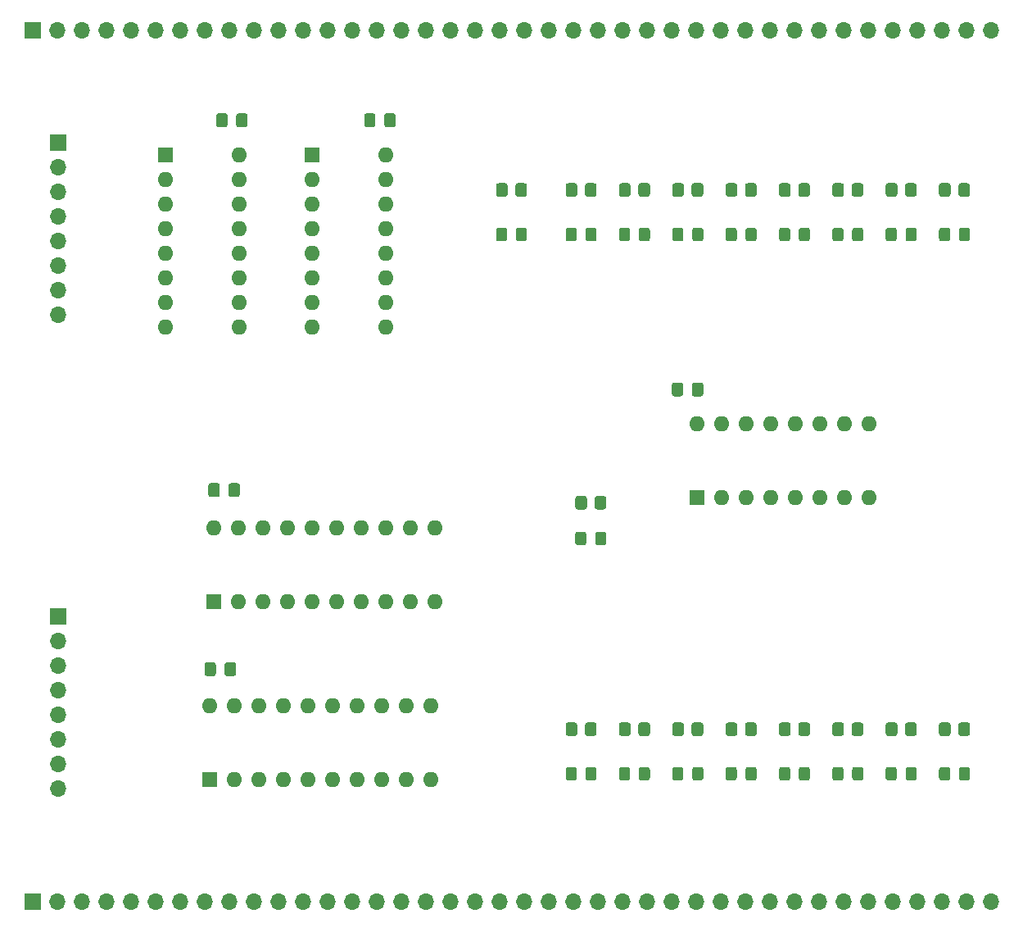
<source format=gts>
G04 #@! TF.GenerationSoftware,KiCad,Pcbnew,(5.1.9)-1*
G04 #@! TF.CreationDate,2021-10-24T09:52:10-04:00*
G04 #@! TF.ProjectId,ir-rc,69722d72-632e-46b6-9963-61645f706362,1.0*
G04 #@! TF.SameCoordinates,Original*
G04 #@! TF.FileFunction,Soldermask,Top*
G04 #@! TF.FilePolarity,Negative*
%FSLAX46Y46*%
G04 Gerber Fmt 4.6, Leading zero omitted, Abs format (unit mm)*
G04 Created by KiCad (PCBNEW (5.1.9)-1) date 2021-10-24 09:52:10*
%MOMM*%
%LPD*%
G01*
G04 APERTURE LIST*
%ADD10O,1.600000X1.600000*%
%ADD11R,1.600000X1.600000*%
%ADD12O,1.700000X1.700000*%
%ADD13R,1.700000X1.700000*%
G04 APERTURE END LIST*
G36*
G01*
X154550000Y-83575000D02*
X154550000Y-82625000D01*
G75*
G02*
X154800000Y-82375000I250000J0D01*
G01*
X155475000Y-82375000D01*
G75*
G02*
X155725000Y-82625000I0J-250000D01*
G01*
X155725000Y-83575000D01*
G75*
G02*
X155475000Y-83825000I-250000J0D01*
G01*
X154800000Y-83825000D01*
G75*
G02*
X154550000Y-83575000I0J250000D01*
G01*
G37*
G36*
G01*
X152475000Y-83575000D02*
X152475000Y-82625000D01*
G75*
G02*
X152725000Y-82375000I250000J0D01*
G01*
X153400000Y-82375000D01*
G75*
G02*
X153650000Y-82625000I0J-250000D01*
G01*
X153650000Y-83575000D01*
G75*
G02*
X153400000Y-83825000I-250000J0D01*
G01*
X152725000Y-83825000D01*
G75*
G02*
X152475000Y-83575000I0J250000D01*
G01*
G37*
G36*
G01*
X144500000Y-95250001D02*
X144500000Y-94349999D01*
G75*
G02*
X144749999Y-94100000I249999J0D01*
G01*
X145450001Y-94100000D01*
G75*
G02*
X145700000Y-94349999I0J-249999D01*
G01*
X145700000Y-95250001D01*
G75*
G02*
X145450001Y-95500000I-249999J0D01*
G01*
X144749999Y-95500000D01*
G75*
G02*
X144500000Y-95250001I0J249999D01*
G01*
G37*
G36*
G01*
X142500000Y-95250001D02*
X142500000Y-94349999D01*
G75*
G02*
X142749999Y-94100000I249999J0D01*
G01*
X143450001Y-94100000D01*
G75*
G02*
X143700000Y-94349999I0J-249999D01*
G01*
X143700000Y-95250001D01*
G75*
G02*
X143450001Y-95500000I-249999J0D01*
G01*
X142749999Y-95500000D01*
G75*
G02*
X142500000Y-95250001I0J249999D01*
G01*
G37*
G36*
G01*
X144550000Y-98950001D02*
X144550000Y-98049999D01*
G75*
G02*
X144799999Y-97800000I249999J0D01*
G01*
X145450001Y-97800000D01*
G75*
G02*
X145700000Y-98049999I0J-249999D01*
G01*
X145700000Y-98950001D01*
G75*
G02*
X145450001Y-99200000I-249999J0D01*
G01*
X144799999Y-99200000D01*
G75*
G02*
X144550000Y-98950001I0J249999D01*
G01*
G37*
G36*
G01*
X142500000Y-98950001D02*
X142500000Y-98049999D01*
G75*
G02*
X142749999Y-97800000I249999J0D01*
G01*
X143400001Y-97800000D01*
G75*
G02*
X143650000Y-98049999I0J-249999D01*
G01*
X143650000Y-98950001D01*
G75*
G02*
X143400001Y-99200000I-249999J0D01*
G01*
X142749999Y-99200000D01*
G75*
G02*
X142500000Y-98950001I0J249999D01*
G01*
G37*
D10*
X155100000Y-86680000D03*
X172880000Y-94300000D03*
X157640000Y-86680000D03*
X170340000Y-94300000D03*
X160180000Y-86680000D03*
X167800000Y-94300000D03*
X162720000Y-86680000D03*
X165260000Y-94300000D03*
X165260000Y-86680000D03*
X162720000Y-94300000D03*
X167800000Y-86680000D03*
X160180000Y-94300000D03*
X170340000Y-86680000D03*
X157640000Y-94300000D03*
X172880000Y-86680000D03*
D11*
X155100000Y-94300000D03*
D12*
X89000000Y-124340000D03*
X89000000Y-121800000D03*
X89000000Y-119260000D03*
X89000000Y-116720000D03*
X89000000Y-114180000D03*
X89000000Y-111640000D03*
X89000000Y-109100000D03*
D13*
X89000000Y-106560000D03*
D12*
X89000000Y-75380000D03*
X89000000Y-72840000D03*
X89000000Y-70300000D03*
X89000000Y-67760000D03*
X89000000Y-65220000D03*
X89000000Y-62680000D03*
X89000000Y-60140000D03*
D13*
X89000000Y-57600000D03*
D10*
X122920000Y-58860000D03*
X115300000Y-76640000D03*
X122920000Y-61400000D03*
X115300000Y-74100000D03*
X122920000Y-63940000D03*
X115300000Y-71560000D03*
X122920000Y-66480000D03*
X115300000Y-69020000D03*
X122920000Y-69020000D03*
X115300000Y-66480000D03*
X122920000Y-71560000D03*
X115300000Y-63940000D03*
X122920000Y-74100000D03*
X115300000Y-61400000D03*
X122920000Y-76640000D03*
D11*
X115300000Y-58860000D03*
D10*
X107720000Y-58860000D03*
X100100000Y-76640000D03*
X107720000Y-61400000D03*
X100100000Y-74100000D03*
X107720000Y-63940000D03*
X100100000Y-71560000D03*
X107720000Y-66480000D03*
X100100000Y-69020000D03*
X107720000Y-69020000D03*
X100100000Y-66480000D03*
X107720000Y-71560000D03*
X100100000Y-63940000D03*
X107720000Y-74100000D03*
X100100000Y-61400000D03*
X107720000Y-76640000D03*
D11*
X100100000Y-58860000D03*
D10*
X104700000Y-115780000D03*
X127560000Y-123400000D03*
X107240000Y-115780000D03*
X125020000Y-123400000D03*
X109780000Y-115780000D03*
X122480000Y-123400000D03*
X112320000Y-115780000D03*
X119940000Y-123400000D03*
X114860000Y-115780000D03*
X117400000Y-123400000D03*
X117400000Y-115780000D03*
X114860000Y-123400000D03*
X119940000Y-115780000D03*
X112320000Y-123400000D03*
X122480000Y-115780000D03*
X109780000Y-123400000D03*
X125020000Y-115780000D03*
X107240000Y-123400000D03*
X127560000Y-115780000D03*
D11*
X104700000Y-123400000D03*
D10*
X105100000Y-97380000D03*
X127960000Y-105000000D03*
X107640000Y-97380000D03*
X125420000Y-105000000D03*
X110180000Y-97380000D03*
X122880000Y-105000000D03*
X112720000Y-97380000D03*
X120340000Y-105000000D03*
X115260000Y-97380000D03*
X117800000Y-105000000D03*
X117800000Y-97380000D03*
X115260000Y-105000000D03*
X120340000Y-97380000D03*
X112720000Y-105000000D03*
X122880000Y-97380000D03*
X110180000Y-105000000D03*
X125420000Y-97380000D03*
X107640000Y-105000000D03*
X127960000Y-97380000D03*
D11*
X105100000Y-105000000D03*
G36*
G01*
X182100000Y-62950001D02*
X182100000Y-62049999D01*
G75*
G02*
X182349999Y-61800000I249999J0D01*
G01*
X183050001Y-61800000D01*
G75*
G02*
X183300000Y-62049999I0J-249999D01*
G01*
X183300000Y-62950001D01*
G75*
G02*
X183050001Y-63200000I-249999J0D01*
G01*
X182349999Y-63200000D01*
G75*
G02*
X182100000Y-62950001I0J249999D01*
G01*
G37*
G36*
G01*
X180100000Y-62950001D02*
X180100000Y-62049999D01*
G75*
G02*
X180349999Y-61800000I249999J0D01*
G01*
X181050001Y-61800000D01*
G75*
G02*
X181300000Y-62049999I0J-249999D01*
G01*
X181300000Y-62950001D01*
G75*
G02*
X181050001Y-63200000I-249999J0D01*
G01*
X180349999Y-63200000D01*
G75*
G02*
X180100000Y-62950001I0J249999D01*
G01*
G37*
G36*
G01*
X176585710Y-62950001D02*
X176585710Y-62049999D01*
G75*
G02*
X176835709Y-61800000I249999J0D01*
G01*
X177535711Y-61800000D01*
G75*
G02*
X177785710Y-62049999I0J-249999D01*
G01*
X177785710Y-62950001D01*
G75*
G02*
X177535711Y-63200000I-249999J0D01*
G01*
X176835709Y-63200000D01*
G75*
G02*
X176585710Y-62950001I0J249999D01*
G01*
G37*
G36*
G01*
X174585710Y-62950001D02*
X174585710Y-62049999D01*
G75*
G02*
X174835709Y-61800000I249999J0D01*
G01*
X175535711Y-61800000D01*
G75*
G02*
X175785710Y-62049999I0J-249999D01*
G01*
X175785710Y-62950001D01*
G75*
G02*
X175535711Y-63200000I-249999J0D01*
G01*
X174835709Y-63200000D01*
G75*
G02*
X174585710Y-62950001I0J249999D01*
G01*
G37*
G36*
G01*
X171071425Y-62950001D02*
X171071425Y-62049999D01*
G75*
G02*
X171321424Y-61800000I249999J0D01*
G01*
X172021426Y-61800000D01*
G75*
G02*
X172271425Y-62049999I0J-249999D01*
G01*
X172271425Y-62950001D01*
G75*
G02*
X172021426Y-63200000I-249999J0D01*
G01*
X171321424Y-63200000D01*
G75*
G02*
X171071425Y-62950001I0J249999D01*
G01*
G37*
G36*
G01*
X169071425Y-62950001D02*
X169071425Y-62049999D01*
G75*
G02*
X169321424Y-61800000I249999J0D01*
G01*
X170021426Y-61800000D01*
G75*
G02*
X170271425Y-62049999I0J-249999D01*
G01*
X170271425Y-62950001D01*
G75*
G02*
X170021426Y-63200000I-249999J0D01*
G01*
X169321424Y-63200000D01*
G75*
G02*
X169071425Y-62950001I0J249999D01*
G01*
G37*
G36*
G01*
X165557140Y-62950001D02*
X165557140Y-62049999D01*
G75*
G02*
X165807139Y-61800000I249999J0D01*
G01*
X166507141Y-61800000D01*
G75*
G02*
X166757140Y-62049999I0J-249999D01*
G01*
X166757140Y-62950001D01*
G75*
G02*
X166507141Y-63200000I-249999J0D01*
G01*
X165807139Y-63200000D01*
G75*
G02*
X165557140Y-62950001I0J249999D01*
G01*
G37*
G36*
G01*
X163557140Y-62950001D02*
X163557140Y-62049999D01*
G75*
G02*
X163807139Y-61800000I249999J0D01*
G01*
X164507141Y-61800000D01*
G75*
G02*
X164757140Y-62049999I0J-249999D01*
G01*
X164757140Y-62950001D01*
G75*
G02*
X164507141Y-63200000I-249999J0D01*
G01*
X163807139Y-63200000D01*
G75*
G02*
X163557140Y-62950001I0J249999D01*
G01*
G37*
G36*
G01*
X160042855Y-62950001D02*
X160042855Y-62049999D01*
G75*
G02*
X160292854Y-61800000I249999J0D01*
G01*
X160992856Y-61800000D01*
G75*
G02*
X161242855Y-62049999I0J-249999D01*
G01*
X161242855Y-62950001D01*
G75*
G02*
X160992856Y-63200000I-249999J0D01*
G01*
X160292854Y-63200000D01*
G75*
G02*
X160042855Y-62950001I0J249999D01*
G01*
G37*
G36*
G01*
X158042855Y-62950001D02*
X158042855Y-62049999D01*
G75*
G02*
X158292854Y-61800000I249999J0D01*
G01*
X158992856Y-61800000D01*
G75*
G02*
X159242855Y-62049999I0J-249999D01*
G01*
X159242855Y-62950001D01*
G75*
G02*
X158992856Y-63200000I-249999J0D01*
G01*
X158292854Y-63200000D01*
G75*
G02*
X158042855Y-62950001I0J249999D01*
G01*
G37*
G36*
G01*
X154528570Y-62950001D02*
X154528570Y-62049999D01*
G75*
G02*
X154778569Y-61800000I249999J0D01*
G01*
X155478571Y-61800000D01*
G75*
G02*
X155728570Y-62049999I0J-249999D01*
G01*
X155728570Y-62950001D01*
G75*
G02*
X155478571Y-63200000I-249999J0D01*
G01*
X154778569Y-63200000D01*
G75*
G02*
X154528570Y-62950001I0J249999D01*
G01*
G37*
G36*
G01*
X152528570Y-62950001D02*
X152528570Y-62049999D01*
G75*
G02*
X152778569Y-61800000I249999J0D01*
G01*
X153478571Y-61800000D01*
G75*
G02*
X153728570Y-62049999I0J-249999D01*
G01*
X153728570Y-62950001D01*
G75*
G02*
X153478571Y-63200000I-249999J0D01*
G01*
X152778569Y-63200000D01*
G75*
G02*
X152528570Y-62950001I0J249999D01*
G01*
G37*
G36*
G01*
X149014285Y-62950001D02*
X149014285Y-62049999D01*
G75*
G02*
X149264284Y-61800000I249999J0D01*
G01*
X149964286Y-61800000D01*
G75*
G02*
X150214285Y-62049999I0J-249999D01*
G01*
X150214285Y-62950001D01*
G75*
G02*
X149964286Y-63200000I-249999J0D01*
G01*
X149264284Y-63200000D01*
G75*
G02*
X149014285Y-62950001I0J249999D01*
G01*
G37*
G36*
G01*
X147014285Y-62950001D02*
X147014285Y-62049999D01*
G75*
G02*
X147264284Y-61800000I249999J0D01*
G01*
X147964286Y-61800000D01*
G75*
G02*
X148214285Y-62049999I0J-249999D01*
G01*
X148214285Y-62950001D01*
G75*
G02*
X147964286Y-63200000I-249999J0D01*
G01*
X147264284Y-63200000D01*
G75*
G02*
X147014285Y-62950001I0J249999D01*
G01*
G37*
G36*
G01*
X143500000Y-62950001D02*
X143500000Y-62049999D01*
G75*
G02*
X143749999Y-61800000I249999J0D01*
G01*
X144450001Y-61800000D01*
G75*
G02*
X144700000Y-62049999I0J-249999D01*
G01*
X144700000Y-62950001D01*
G75*
G02*
X144450001Y-63200000I-249999J0D01*
G01*
X143749999Y-63200000D01*
G75*
G02*
X143500000Y-62950001I0J249999D01*
G01*
G37*
G36*
G01*
X141500000Y-62950001D02*
X141500000Y-62049999D01*
G75*
G02*
X141749999Y-61800000I249999J0D01*
G01*
X142450001Y-61800000D01*
G75*
G02*
X142700000Y-62049999I0J-249999D01*
G01*
X142700000Y-62950001D01*
G75*
G02*
X142450001Y-63200000I-249999J0D01*
G01*
X141749999Y-63200000D01*
G75*
G02*
X141500000Y-62950001I0J249999D01*
G01*
G37*
G36*
G01*
X135500000Y-62049999D02*
X135500000Y-62950001D01*
G75*
G02*
X135250001Y-63200000I-249999J0D01*
G01*
X134549999Y-63200000D01*
G75*
G02*
X134300000Y-62950001I0J249999D01*
G01*
X134300000Y-62049999D01*
G75*
G02*
X134549999Y-61800000I249999J0D01*
G01*
X135250001Y-61800000D01*
G75*
G02*
X135500000Y-62049999I0J-249999D01*
G01*
G37*
G36*
G01*
X137500000Y-62049999D02*
X137500000Y-62950001D01*
G75*
G02*
X137250001Y-63200000I-249999J0D01*
G01*
X136549999Y-63200000D01*
G75*
G02*
X136300000Y-62950001I0J249999D01*
G01*
X136300000Y-62049999D01*
G75*
G02*
X136549999Y-61800000I249999J0D01*
G01*
X137250001Y-61800000D01*
G75*
G02*
X137500000Y-62049999I0J-249999D01*
G01*
G37*
G36*
G01*
X143500000Y-118650001D02*
X143500000Y-117749999D01*
G75*
G02*
X143749999Y-117500000I249999J0D01*
G01*
X144450001Y-117500000D01*
G75*
G02*
X144700000Y-117749999I0J-249999D01*
G01*
X144700000Y-118650001D01*
G75*
G02*
X144450001Y-118900000I-249999J0D01*
G01*
X143749999Y-118900000D01*
G75*
G02*
X143500000Y-118650001I0J249999D01*
G01*
G37*
G36*
G01*
X141500000Y-118650001D02*
X141500000Y-117749999D01*
G75*
G02*
X141749999Y-117500000I249999J0D01*
G01*
X142450001Y-117500000D01*
G75*
G02*
X142700000Y-117749999I0J-249999D01*
G01*
X142700000Y-118650001D01*
G75*
G02*
X142450001Y-118900000I-249999J0D01*
G01*
X141749999Y-118900000D01*
G75*
G02*
X141500000Y-118650001I0J249999D01*
G01*
G37*
G36*
G01*
X149014285Y-118650001D02*
X149014285Y-117749999D01*
G75*
G02*
X149264284Y-117500000I249999J0D01*
G01*
X149964286Y-117500000D01*
G75*
G02*
X150214285Y-117749999I0J-249999D01*
G01*
X150214285Y-118650001D01*
G75*
G02*
X149964286Y-118900000I-249999J0D01*
G01*
X149264284Y-118900000D01*
G75*
G02*
X149014285Y-118650001I0J249999D01*
G01*
G37*
G36*
G01*
X147014285Y-118650001D02*
X147014285Y-117749999D01*
G75*
G02*
X147264284Y-117500000I249999J0D01*
G01*
X147964286Y-117500000D01*
G75*
G02*
X148214285Y-117749999I0J-249999D01*
G01*
X148214285Y-118650001D01*
G75*
G02*
X147964286Y-118900000I-249999J0D01*
G01*
X147264284Y-118900000D01*
G75*
G02*
X147014285Y-118650001I0J249999D01*
G01*
G37*
G36*
G01*
X154528570Y-118650001D02*
X154528570Y-117749999D01*
G75*
G02*
X154778569Y-117500000I249999J0D01*
G01*
X155478571Y-117500000D01*
G75*
G02*
X155728570Y-117749999I0J-249999D01*
G01*
X155728570Y-118650001D01*
G75*
G02*
X155478571Y-118900000I-249999J0D01*
G01*
X154778569Y-118900000D01*
G75*
G02*
X154528570Y-118650001I0J249999D01*
G01*
G37*
G36*
G01*
X152528570Y-118650001D02*
X152528570Y-117749999D01*
G75*
G02*
X152778569Y-117500000I249999J0D01*
G01*
X153478571Y-117500000D01*
G75*
G02*
X153728570Y-117749999I0J-249999D01*
G01*
X153728570Y-118650001D01*
G75*
G02*
X153478571Y-118900000I-249999J0D01*
G01*
X152778569Y-118900000D01*
G75*
G02*
X152528570Y-118650001I0J249999D01*
G01*
G37*
G36*
G01*
X160042855Y-118650001D02*
X160042855Y-117749999D01*
G75*
G02*
X160292854Y-117500000I249999J0D01*
G01*
X160992856Y-117500000D01*
G75*
G02*
X161242855Y-117749999I0J-249999D01*
G01*
X161242855Y-118650001D01*
G75*
G02*
X160992856Y-118900000I-249999J0D01*
G01*
X160292854Y-118900000D01*
G75*
G02*
X160042855Y-118650001I0J249999D01*
G01*
G37*
G36*
G01*
X158042855Y-118650001D02*
X158042855Y-117749999D01*
G75*
G02*
X158292854Y-117500000I249999J0D01*
G01*
X158992856Y-117500000D01*
G75*
G02*
X159242855Y-117749999I0J-249999D01*
G01*
X159242855Y-118650001D01*
G75*
G02*
X158992856Y-118900000I-249999J0D01*
G01*
X158292854Y-118900000D01*
G75*
G02*
X158042855Y-118650001I0J249999D01*
G01*
G37*
G36*
G01*
X165557140Y-118650001D02*
X165557140Y-117749999D01*
G75*
G02*
X165807139Y-117500000I249999J0D01*
G01*
X166507141Y-117500000D01*
G75*
G02*
X166757140Y-117749999I0J-249999D01*
G01*
X166757140Y-118650001D01*
G75*
G02*
X166507141Y-118900000I-249999J0D01*
G01*
X165807139Y-118900000D01*
G75*
G02*
X165557140Y-118650001I0J249999D01*
G01*
G37*
G36*
G01*
X163557140Y-118650001D02*
X163557140Y-117749999D01*
G75*
G02*
X163807139Y-117500000I249999J0D01*
G01*
X164507141Y-117500000D01*
G75*
G02*
X164757140Y-117749999I0J-249999D01*
G01*
X164757140Y-118650001D01*
G75*
G02*
X164507141Y-118900000I-249999J0D01*
G01*
X163807139Y-118900000D01*
G75*
G02*
X163557140Y-118650001I0J249999D01*
G01*
G37*
G36*
G01*
X171071425Y-118650001D02*
X171071425Y-117749999D01*
G75*
G02*
X171321424Y-117500000I249999J0D01*
G01*
X172021426Y-117500000D01*
G75*
G02*
X172271425Y-117749999I0J-249999D01*
G01*
X172271425Y-118650001D01*
G75*
G02*
X172021426Y-118900000I-249999J0D01*
G01*
X171321424Y-118900000D01*
G75*
G02*
X171071425Y-118650001I0J249999D01*
G01*
G37*
G36*
G01*
X169071425Y-118650001D02*
X169071425Y-117749999D01*
G75*
G02*
X169321424Y-117500000I249999J0D01*
G01*
X170021426Y-117500000D01*
G75*
G02*
X170271425Y-117749999I0J-249999D01*
G01*
X170271425Y-118650001D01*
G75*
G02*
X170021426Y-118900000I-249999J0D01*
G01*
X169321424Y-118900000D01*
G75*
G02*
X169071425Y-118650001I0J249999D01*
G01*
G37*
G36*
G01*
X176585710Y-118650001D02*
X176585710Y-117749999D01*
G75*
G02*
X176835709Y-117500000I249999J0D01*
G01*
X177535711Y-117500000D01*
G75*
G02*
X177785710Y-117749999I0J-249999D01*
G01*
X177785710Y-118650001D01*
G75*
G02*
X177535711Y-118900000I-249999J0D01*
G01*
X176835709Y-118900000D01*
G75*
G02*
X176585710Y-118650001I0J249999D01*
G01*
G37*
G36*
G01*
X174585710Y-118650001D02*
X174585710Y-117749999D01*
G75*
G02*
X174835709Y-117500000I249999J0D01*
G01*
X175535711Y-117500000D01*
G75*
G02*
X175785710Y-117749999I0J-249999D01*
G01*
X175785710Y-118650001D01*
G75*
G02*
X175535711Y-118900000I-249999J0D01*
G01*
X174835709Y-118900000D01*
G75*
G02*
X174585710Y-118650001I0J249999D01*
G01*
G37*
G36*
G01*
X182100000Y-118650001D02*
X182100000Y-117749999D01*
G75*
G02*
X182349999Y-117500000I249999J0D01*
G01*
X183050001Y-117500000D01*
G75*
G02*
X183300000Y-117749999I0J-249999D01*
G01*
X183300000Y-118650001D01*
G75*
G02*
X183050001Y-118900000I-249999J0D01*
G01*
X182349999Y-118900000D01*
G75*
G02*
X182100000Y-118650001I0J249999D01*
G01*
G37*
G36*
G01*
X180100000Y-118650001D02*
X180100000Y-117749999D01*
G75*
G02*
X180349999Y-117500000I249999J0D01*
G01*
X181050001Y-117500000D01*
G75*
G02*
X181300000Y-117749999I0J-249999D01*
G01*
X181300000Y-118650001D01*
G75*
G02*
X181050001Y-118900000I-249999J0D01*
G01*
X180349999Y-118900000D01*
G75*
G02*
X180100000Y-118650001I0J249999D01*
G01*
G37*
G36*
G01*
X182150000Y-67550001D02*
X182150000Y-66649999D01*
G75*
G02*
X182399999Y-66400000I249999J0D01*
G01*
X183050001Y-66400000D01*
G75*
G02*
X183300000Y-66649999I0J-249999D01*
G01*
X183300000Y-67550001D01*
G75*
G02*
X183050001Y-67800000I-249999J0D01*
G01*
X182399999Y-67800000D01*
G75*
G02*
X182150000Y-67550001I0J249999D01*
G01*
G37*
G36*
G01*
X180100000Y-67550001D02*
X180100000Y-66649999D01*
G75*
G02*
X180349999Y-66400000I249999J0D01*
G01*
X181000001Y-66400000D01*
G75*
G02*
X181250000Y-66649999I0J-249999D01*
G01*
X181250000Y-67550001D01*
G75*
G02*
X181000001Y-67800000I-249999J0D01*
G01*
X180349999Y-67800000D01*
G75*
G02*
X180100000Y-67550001I0J249999D01*
G01*
G37*
G36*
G01*
X176635710Y-67550001D02*
X176635710Y-66649999D01*
G75*
G02*
X176885709Y-66400000I249999J0D01*
G01*
X177535711Y-66400000D01*
G75*
G02*
X177785710Y-66649999I0J-249999D01*
G01*
X177785710Y-67550001D01*
G75*
G02*
X177535711Y-67800000I-249999J0D01*
G01*
X176885709Y-67800000D01*
G75*
G02*
X176635710Y-67550001I0J249999D01*
G01*
G37*
G36*
G01*
X174585710Y-67550001D02*
X174585710Y-66649999D01*
G75*
G02*
X174835709Y-66400000I249999J0D01*
G01*
X175485711Y-66400000D01*
G75*
G02*
X175735710Y-66649999I0J-249999D01*
G01*
X175735710Y-67550001D01*
G75*
G02*
X175485711Y-67800000I-249999J0D01*
G01*
X174835709Y-67800000D01*
G75*
G02*
X174585710Y-67550001I0J249999D01*
G01*
G37*
G36*
G01*
X171121425Y-67550001D02*
X171121425Y-66649999D01*
G75*
G02*
X171371424Y-66400000I249999J0D01*
G01*
X172021426Y-66400000D01*
G75*
G02*
X172271425Y-66649999I0J-249999D01*
G01*
X172271425Y-67550001D01*
G75*
G02*
X172021426Y-67800000I-249999J0D01*
G01*
X171371424Y-67800000D01*
G75*
G02*
X171121425Y-67550001I0J249999D01*
G01*
G37*
G36*
G01*
X169071425Y-67550001D02*
X169071425Y-66649999D01*
G75*
G02*
X169321424Y-66400000I249999J0D01*
G01*
X169971426Y-66400000D01*
G75*
G02*
X170221425Y-66649999I0J-249999D01*
G01*
X170221425Y-67550001D01*
G75*
G02*
X169971426Y-67800000I-249999J0D01*
G01*
X169321424Y-67800000D01*
G75*
G02*
X169071425Y-67550001I0J249999D01*
G01*
G37*
G36*
G01*
X165607140Y-67550001D02*
X165607140Y-66649999D01*
G75*
G02*
X165857139Y-66400000I249999J0D01*
G01*
X166507141Y-66400000D01*
G75*
G02*
X166757140Y-66649999I0J-249999D01*
G01*
X166757140Y-67550001D01*
G75*
G02*
X166507141Y-67800000I-249999J0D01*
G01*
X165857139Y-67800000D01*
G75*
G02*
X165607140Y-67550001I0J249999D01*
G01*
G37*
G36*
G01*
X163557140Y-67550001D02*
X163557140Y-66649999D01*
G75*
G02*
X163807139Y-66400000I249999J0D01*
G01*
X164457141Y-66400000D01*
G75*
G02*
X164707140Y-66649999I0J-249999D01*
G01*
X164707140Y-67550001D01*
G75*
G02*
X164457141Y-67800000I-249999J0D01*
G01*
X163807139Y-67800000D01*
G75*
G02*
X163557140Y-67550001I0J249999D01*
G01*
G37*
G36*
G01*
X160092855Y-67550001D02*
X160092855Y-66649999D01*
G75*
G02*
X160342854Y-66400000I249999J0D01*
G01*
X160992856Y-66400000D01*
G75*
G02*
X161242855Y-66649999I0J-249999D01*
G01*
X161242855Y-67550001D01*
G75*
G02*
X160992856Y-67800000I-249999J0D01*
G01*
X160342854Y-67800000D01*
G75*
G02*
X160092855Y-67550001I0J249999D01*
G01*
G37*
G36*
G01*
X158042855Y-67550001D02*
X158042855Y-66649999D01*
G75*
G02*
X158292854Y-66400000I249999J0D01*
G01*
X158942856Y-66400000D01*
G75*
G02*
X159192855Y-66649999I0J-249999D01*
G01*
X159192855Y-67550001D01*
G75*
G02*
X158942856Y-67800000I-249999J0D01*
G01*
X158292854Y-67800000D01*
G75*
G02*
X158042855Y-67550001I0J249999D01*
G01*
G37*
G36*
G01*
X154578570Y-67550001D02*
X154578570Y-66649999D01*
G75*
G02*
X154828569Y-66400000I249999J0D01*
G01*
X155478571Y-66400000D01*
G75*
G02*
X155728570Y-66649999I0J-249999D01*
G01*
X155728570Y-67550001D01*
G75*
G02*
X155478571Y-67800000I-249999J0D01*
G01*
X154828569Y-67800000D01*
G75*
G02*
X154578570Y-67550001I0J249999D01*
G01*
G37*
G36*
G01*
X152528570Y-67550001D02*
X152528570Y-66649999D01*
G75*
G02*
X152778569Y-66400000I249999J0D01*
G01*
X153428571Y-66400000D01*
G75*
G02*
X153678570Y-66649999I0J-249999D01*
G01*
X153678570Y-67550001D01*
G75*
G02*
X153428571Y-67800000I-249999J0D01*
G01*
X152778569Y-67800000D01*
G75*
G02*
X152528570Y-67550001I0J249999D01*
G01*
G37*
G36*
G01*
X149064285Y-67550001D02*
X149064285Y-66649999D01*
G75*
G02*
X149314284Y-66400000I249999J0D01*
G01*
X149964286Y-66400000D01*
G75*
G02*
X150214285Y-66649999I0J-249999D01*
G01*
X150214285Y-67550001D01*
G75*
G02*
X149964286Y-67800000I-249999J0D01*
G01*
X149314284Y-67800000D01*
G75*
G02*
X149064285Y-67550001I0J249999D01*
G01*
G37*
G36*
G01*
X147014285Y-67550001D02*
X147014285Y-66649999D01*
G75*
G02*
X147264284Y-66400000I249999J0D01*
G01*
X147914286Y-66400000D01*
G75*
G02*
X148164285Y-66649999I0J-249999D01*
G01*
X148164285Y-67550001D01*
G75*
G02*
X147914286Y-67800000I-249999J0D01*
G01*
X147264284Y-67800000D01*
G75*
G02*
X147014285Y-67550001I0J249999D01*
G01*
G37*
G36*
G01*
X143550000Y-67550001D02*
X143550000Y-66649999D01*
G75*
G02*
X143799999Y-66400000I249999J0D01*
G01*
X144450001Y-66400000D01*
G75*
G02*
X144700000Y-66649999I0J-249999D01*
G01*
X144700000Y-67550001D01*
G75*
G02*
X144450001Y-67800000I-249999J0D01*
G01*
X143799999Y-67800000D01*
G75*
G02*
X143550000Y-67550001I0J249999D01*
G01*
G37*
G36*
G01*
X141500000Y-67550001D02*
X141500000Y-66649999D01*
G75*
G02*
X141749999Y-66400000I249999J0D01*
G01*
X142400001Y-66400000D01*
G75*
G02*
X142650000Y-66649999I0J-249999D01*
G01*
X142650000Y-67550001D01*
G75*
G02*
X142400001Y-67800000I-249999J0D01*
G01*
X141749999Y-67800000D01*
G75*
G02*
X141500000Y-67550001I0J249999D01*
G01*
G37*
G36*
G01*
X136350000Y-67550001D02*
X136350000Y-66649999D01*
G75*
G02*
X136599999Y-66400000I249999J0D01*
G01*
X137250001Y-66400000D01*
G75*
G02*
X137500000Y-66649999I0J-249999D01*
G01*
X137500000Y-67550001D01*
G75*
G02*
X137250001Y-67800000I-249999J0D01*
G01*
X136599999Y-67800000D01*
G75*
G02*
X136350000Y-67550001I0J249999D01*
G01*
G37*
G36*
G01*
X134300000Y-67550001D02*
X134300000Y-66649999D01*
G75*
G02*
X134549999Y-66400000I249999J0D01*
G01*
X135200001Y-66400000D01*
G75*
G02*
X135450000Y-66649999I0J-249999D01*
G01*
X135450000Y-67550001D01*
G75*
G02*
X135200001Y-67800000I-249999J0D01*
G01*
X134549999Y-67800000D01*
G75*
G02*
X134300000Y-67550001I0J249999D01*
G01*
G37*
G36*
G01*
X143550000Y-123250001D02*
X143550000Y-122349999D01*
G75*
G02*
X143799999Y-122100000I249999J0D01*
G01*
X144450001Y-122100000D01*
G75*
G02*
X144700000Y-122349999I0J-249999D01*
G01*
X144700000Y-123250001D01*
G75*
G02*
X144450001Y-123500000I-249999J0D01*
G01*
X143799999Y-123500000D01*
G75*
G02*
X143550000Y-123250001I0J249999D01*
G01*
G37*
G36*
G01*
X141500000Y-123250001D02*
X141500000Y-122349999D01*
G75*
G02*
X141749999Y-122100000I249999J0D01*
G01*
X142400001Y-122100000D01*
G75*
G02*
X142650000Y-122349999I0J-249999D01*
G01*
X142650000Y-123250001D01*
G75*
G02*
X142400001Y-123500000I-249999J0D01*
G01*
X141749999Y-123500000D01*
G75*
G02*
X141500000Y-123250001I0J249999D01*
G01*
G37*
G36*
G01*
X149064285Y-123250001D02*
X149064285Y-122349999D01*
G75*
G02*
X149314284Y-122100000I249999J0D01*
G01*
X149964286Y-122100000D01*
G75*
G02*
X150214285Y-122349999I0J-249999D01*
G01*
X150214285Y-123250001D01*
G75*
G02*
X149964286Y-123500000I-249999J0D01*
G01*
X149314284Y-123500000D01*
G75*
G02*
X149064285Y-123250001I0J249999D01*
G01*
G37*
G36*
G01*
X147014285Y-123250001D02*
X147014285Y-122349999D01*
G75*
G02*
X147264284Y-122100000I249999J0D01*
G01*
X147914286Y-122100000D01*
G75*
G02*
X148164285Y-122349999I0J-249999D01*
G01*
X148164285Y-123250001D01*
G75*
G02*
X147914286Y-123500000I-249999J0D01*
G01*
X147264284Y-123500000D01*
G75*
G02*
X147014285Y-123250001I0J249999D01*
G01*
G37*
G36*
G01*
X154578570Y-123250001D02*
X154578570Y-122349999D01*
G75*
G02*
X154828569Y-122100000I249999J0D01*
G01*
X155478571Y-122100000D01*
G75*
G02*
X155728570Y-122349999I0J-249999D01*
G01*
X155728570Y-123250001D01*
G75*
G02*
X155478571Y-123500000I-249999J0D01*
G01*
X154828569Y-123500000D01*
G75*
G02*
X154578570Y-123250001I0J249999D01*
G01*
G37*
G36*
G01*
X152528570Y-123250001D02*
X152528570Y-122349999D01*
G75*
G02*
X152778569Y-122100000I249999J0D01*
G01*
X153428571Y-122100000D01*
G75*
G02*
X153678570Y-122349999I0J-249999D01*
G01*
X153678570Y-123250001D01*
G75*
G02*
X153428571Y-123500000I-249999J0D01*
G01*
X152778569Y-123500000D01*
G75*
G02*
X152528570Y-123250001I0J249999D01*
G01*
G37*
G36*
G01*
X160092855Y-123250001D02*
X160092855Y-122349999D01*
G75*
G02*
X160342854Y-122100000I249999J0D01*
G01*
X160992856Y-122100000D01*
G75*
G02*
X161242855Y-122349999I0J-249999D01*
G01*
X161242855Y-123250001D01*
G75*
G02*
X160992856Y-123500000I-249999J0D01*
G01*
X160342854Y-123500000D01*
G75*
G02*
X160092855Y-123250001I0J249999D01*
G01*
G37*
G36*
G01*
X158042855Y-123250001D02*
X158042855Y-122349999D01*
G75*
G02*
X158292854Y-122100000I249999J0D01*
G01*
X158942856Y-122100000D01*
G75*
G02*
X159192855Y-122349999I0J-249999D01*
G01*
X159192855Y-123250001D01*
G75*
G02*
X158942856Y-123500000I-249999J0D01*
G01*
X158292854Y-123500000D01*
G75*
G02*
X158042855Y-123250001I0J249999D01*
G01*
G37*
G36*
G01*
X165607140Y-123250001D02*
X165607140Y-122349999D01*
G75*
G02*
X165857139Y-122100000I249999J0D01*
G01*
X166507141Y-122100000D01*
G75*
G02*
X166757140Y-122349999I0J-249999D01*
G01*
X166757140Y-123250001D01*
G75*
G02*
X166507141Y-123500000I-249999J0D01*
G01*
X165857139Y-123500000D01*
G75*
G02*
X165607140Y-123250001I0J249999D01*
G01*
G37*
G36*
G01*
X163557140Y-123250001D02*
X163557140Y-122349999D01*
G75*
G02*
X163807139Y-122100000I249999J0D01*
G01*
X164457141Y-122100000D01*
G75*
G02*
X164707140Y-122349999I0J-249999D01*
G01*
X164707140Y-123250001D01*
G75*
G02*
X164457141Y-123500000I-249999J0D01*
G01*
X163807139Y-123500000D01*
G75*
G02*
X163557140Y-123250001I0J249999D01*
G01*
G37*
G36*
G01*
X171121425Y-123250001D02*
X171121425Y-122349999D01*
G75*
G02*
X171371424Y-122100000I249999J0D01*
G01*
X172021426Y-122100000D01*
G75*
G02*
X172271425Y-122349999I0J-249999D01*
G01*
X172271425Y-123250001D01*
G75*
G02*
X172021426Y-123500000I-249999J0D01*
G01*
X171371424Y-123500000D01*
G75*
G02*
X171121425Y-123250001I0J249999D01*
G01*
G37*
G36*
G01*
X169071425Y-123250001D02*
X169071425Y-122349999D01*
G75*
G02*
X169321424Y-122100000I249999J0D01*
G01*
X169971426Y-122100000D01*
G75*
G02*
X170221425Y-122349999I0J-249999D01*
G01*
X170221425Y-123250001D01*
G75*
G02*
X169971426Y-123500000I-249999J0D01*
G01*
X169321424Y-123500000D01*
G75*
G02*
X169071425Y-123250001I0J249999D01*
G01*
G37*
G36*
G01*
X176635710Y-123250001D02*
X176635710Y-122349999D01*
G75*
G02*
X176885709Y-122100000I249999J0D01*
G01*
X177535711Y-122100000D01*
G75*
G02*
X177785710Y-122349999I0J-249999D01*
G01*
X177785710Y-123250001D01*
G75*
G02*
X177535711Y-123500000I-249999J0D01*
G01*
X176885709Y-123500000D01*
G75*
G02*
X176635710Y-123250001I0J249999D01*
G01*
G37*
G36*
G01*
X174585710Y-123250001D02*
X174585710Y-122349999D01*
G75*
G02*
X174835709Y-122100000I249999J0D01*
G01*
X175485711Y-122100000D01*
G75*
G02*
X175735710Y-122349999I0J-249999D01*
G01*
X175735710Y-123250001D01*
G75*
G02*
X175485711Y-123500000I-249999J0D01*
G01*
X174835709Y-123500000D01*
G75*
G02*
X174585710Y-123250001I0J249999D01*
G01*
G37*
G36*
G01*
X182150000Y-123250001D02*
X182150000Y-122349999D01*
G75*
G02*
X182399999Y-122100000I249999J0D01*
G01*
X183050001Y-122100000D01*
G75*
G02*
X183300000Y-122349999I0J-249999D01*
G01*
X183300000Y-123250001D01*
G75*
G02*
X183050001Y-123500000I-249999J0D01*
G01*
X182399999Y-123500000D01*
G75*
G02*
X182150000Y-123250001I0J249999D01*
G01*
G37*
G36*
G01*
X180100000Y-123250001D02*
X180100000Y-122349999D01*
G75*
G02*
X180349999Y-122100000I249999J0D01*
G01*
X181000001Y-122100000D01*
G75*
G02*
X181250000Y-122349999I0J-249999D01*
G01*
X181250000Y-123250001D01*
G75*
G02*
X181000001Y-123500000I-249999J0D01*
G01*
X180349999Y-123500000D01*
G75*
G02*
X180100000Y-123250001I0J249999D01*
G01*
G37*
G36*
G01*
X122750000Y-55775000D02*
X122750000Y-54825000D01*
G75*
G02*
X123000000Y-54575000I250000J0D01*
G01*
X123675000Y-54575000D01*
G75*
G02*
X123925000Y-54825000I0J-250000D01*
G01*
X123925000Y-55775000D01*
G75*
G02*
X123675000Y-56025000I-250000J0D01*
G01*
X123000000Y-56025000D01*
G75*
G02*
X122750000Y-55775000I0J250000D01*
G01*
G37*
G36*
G01*
X120675000Y-55775000D02*
X120675000Y-54825000D01*
G75*
G02*
X120925000Y-54575000I250000J0D01*
G01*
X121600000Y-54575000D01*
G75*
G02*
X121850000Y-54825000I0J-250000D01*
G01*
X121850000Y-55775000D01*
G75*
G02*
X121600000Y-56025000I-250000J0D01*
G01*
X120925000Y-56025000D01*
G75*
G02*
X120675000Y-55775000I0J250000D01*
G01*
G37*
G36*
G01*
X107450000Y-55775000D02*
X107450000Y-54825000D01*
G75*
G02*
X107700000Y-54575000I250000J0D01*
G01*
X108375000Y-54575000D01*
G75*
G02*
X108625000Y-54825000I0J-250000D01*
G01*
X108625000Y-55775000D01*
G75*
G02*
X108375000Y-56025000I-250000J0D01*
G01*
X107700000Y-56025000D01*
G75*
G02*
X107450000Y-55775000I0J250000D01*
G01*
G37*
G36*
G01*
X105375000Y-55775000D02*
X105375000Y-54825000D01*
G75*
G02*
X105625000Y-54575000I250000J0D01*
G01*
X106300000Y-54575000D01*
G75*
G02*
X106550000Y-54825000I0J-250000D01*
G01*
X106550000Y-55775000D01*
G75*
G02*
X106300000Y-56025000I-250000J0D01*
G01*
X105625000Y-56025000D01*
G75*
G02*
X105375000Y-55775000I0J250000D01*
G01*
G37*
G36*
G01*
X105350000Y-111525000D02*
X105350000Y-112475000D01*
G75*
G02*
X105100000Y-112725000I-250000J0D01*
G01*
X104425000Y-112725000D01*
G75*
G02*
X104175000Y-112475000I0J250000D01*
G01*
X104175000Y-111525000D01*
G75*
G02*
X104425000Y-111275000I250000J0D01*
G01*
X105100000Y-111275000D01*
G75*
G02*
X105350000Y-111525000I0J-250000D01*
G01*
G37*
G36*
G01*
X107425000Y-111525000D02*
X107425000Y-112475000D01*
G75*
G02*
X107175000Y-112725000I-250000J0D01*
G01*
X106500000Y-112725000D01*
G75*
G02*
X106250000Y-112475000I0J250000D01*
G01*
X106250000Y-111525000D01*
G75*
G02*
X106500000Y-111275000I250000J0D01*
G01*
X107175000Y-111275000D01*
G75*
G02*
X107425000Y-111525000I0J-250000D01*
G01*
G37*
G36*
G01*
X105750000Y-93025000D02*
X105750000Y-93975000D01*
G75*
G02*
X105500000Y-94225000I-250000J0D01*
G01*
X104825000Y-94225000D01*
G75*
G02*
X104575000Y-93975000I0J250000D01*
G01*
X104575000Y-93025000D01*
G75*
G02*
X104825000Y-92775000I250000J0D01*
G01*
X105500000Y-92775000D01*
G75*
G02*
X105750000Y-93025000I0J-250000D01*
G01*
G37*
G36*
G01*
X107825000Y-93025000D02*
X107825000Y-93975000D01*
G75*
G02*
X107575000Y-94225000I-250000J0D01*
G01*
X106900000Y-94225000D01*
G75*
G02*
X106650000Y-93975000I0J250000D01*
G01*
X106650000Y-93025000D01*
G75*
G02*
X106900000Y-92775000I250000J0D01*
G01*
X107575000Y-92775000D01*
G75*
G02*
X107825000Y-93025000I0J-250000D01*
G01*
G37*
D12*
X185460000Y-136000000D03*
X182920000Y-136000000D03*
X180380000Y-136000000D03*
X177840000Y-136000000D03*
X175300000Y-136000000D03*
X172760000Y-136000000D03*
X170220000Y-136000000D03*
X167680000Y-136000000D03*
X165140000Y-136000000D03*
X162600000Y-136000000D03*
X160060000Y-136000000D03*
X157520000Y-136000000D03*
X154980000Y-136000000D03*
X152440000Y-136000000D03*
X149900000Y-136000000D03*
X147360000Y-136000000D03*
X144820000Y-136000000D03*
X142280000Y-136000000D03*
X139740000Y-136000000D03*
X137200000Y-136000000D03*
X134660000Y-136000000D03*
X132120000Y-136000000D03*
X129580000Y-136000000D03*
X127040000Y-136000000D03*
X124500000Y-136000000D03*
X121960000Y-136000000D03*
X119420000Y-136000000D03*
X116880000Y-136000000D03*
X114340000Y-136000000D03*
X111800000Y-136000000D03*
X109260000Y-136000000D03*
X106720000Y-136000000D03*
X104180000Y-136000000D03*
X101640000Y-136000000D03*
X99100000Y-136000000D03*
X96560000Y-136000000D03*
X94020000Y-136000000D03*
X91480000Y-136000000D03*
X88940000Y-136000000D03*
D13*
X86400000Y-136000000D03*
D12*
X185460000Y-46000000D03*
X182920000Y-46000000D03*
X180380000Y-46000000D03*
X177840000Y-46000000D03*
X175300000Y-46000000D03*
X172760000Y-46000000D03*
X170220000Y-46000000D03*
X167680000Y-46000000D03*
X165140000Y-46000000D03*
X162600000Y-46000000D03*
X160060000Y-46000000D03*
X157520000Y-46000000D03*
X154980000Y-46000000D03*
X152440000Y-46000000D03*
X149900000Y-46000000D03*
X147360000Y-46000000D03*
X144820000Y-46000000D03*
X142280000Y-46000000D03*
X139740000Y-46000000D03*
X137200000Y-46000000D03*
X134660000Y-46000000D03*
X132120000Y-46000000D03*
X129580000Y-46000000D03*
X127040000Y-46000000D03*
X124500000Y-46000000D03*
X121960000Y-46000000D03*
X119420000Y-46000000D03*
X116880000Y-46000000D03*
X114340000Y-46000000D03*
X111800000Y-46000000D03*
X109260000Y-46000000D03*
X106720000Y-46000000D03*
X104180000Y-46000000D03*
X101640000Y-46000000D03*
X99100000Y-46000000D03*
X96560000Y-46000000D03*
X94020000Y-46000000D03*
X91480000Y-46000000D03*
X88940000Y-46000000D03*
D13*
X86400000Y-46000000D03*
M02*

</source>
